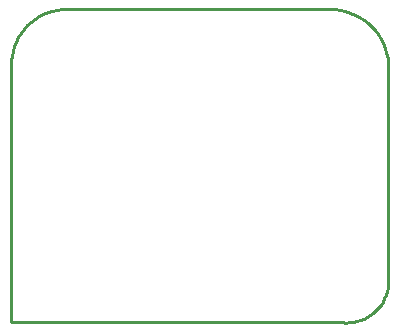
<source format=gko>
G04 EAGLE Gerber RS-274X export*
G75*
%MOMM*%
%FSLAX34Y34*%
%LPD*%
%IN*%
%IPPOS*%
%AMOC8*
5,1,8,0,0,1.08239X$1,22.5*%
G01*
%ADD10C,0.254000*%


D10*
X0Y0D02*
X279971Y0D01*
X283106Y-168D01*
X286244Y-62D01*
X289360Y317D01*
X292432Y966D01*
X295435Y1880D01*
X298347Y3052D01*
X301146Y4474D01*
X303810Y6135D01*
X306320Y8021D01*
X308656Y10119D01*
X310799Y12412D01*
X312735Y14884D01*
X314448Y17515D01*
X315926Y20285D01*
X317156Y23173D01*
X318129Y26158D01*
X318839Y29216D01*
X319280Y32324D01*
X319280Y215466D01*
X319119Y219786D01*
X318582Y224075D01*
X317674Y228301D01*
X316401Y232431D01*
X314772Y236435D01*
X312801Y240282D01*
X310502Y243942D01*
X307893Y247388D01*
X304993Y250594D01*
X301825Y253534D01*
X298412Y256188D01*
X294782Y258533D01*
X290961Y260554D01*
X286978Y262233D01*
X282864Y263560D01*
X278650Y264522D01*
X274368Y265114D01*
X270051Y265330D01*
X42929Y265330D01*
X38817Y264762D01*
X34770Y263838D01*
X30819Y262565D01*
X26994Y260953D01*
X23324Y259013D01*
X19838Y256761D01*
X16560Y254213D01*
X13518Y251389D01*
X10733Y248311D01*
X8226Y245002D01*
X6018Y241487D01*
X4124Y237793D01*
X2560Y233948D01*
X1337Y229982D01*
X464Y225924D01*
X-52Y221805D01*
X-207Y217657D01*
X0Y213511D01*
X0Y0D01*
M02*

</source>
